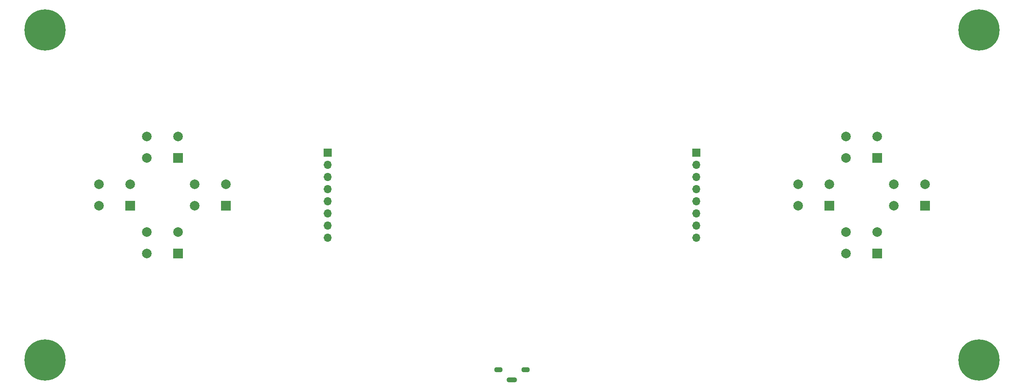
<source format=gbr>
%TF.GenerationSoftware,KiCad,Pcbnew,(6.0.10)*%
%TF.CreationDate,2023-04-18T09:59:35+03:00*%
%TF.ProjectId,Console,436f6e73-6f6c-4652-9e6b-696361645f70,rev?*%
%TF.SameCoordinates,Original*%
%TF.FileFunction,Soldermask,Bot*%
%TF.FilePolarity,Negative*%
%FSLAX46Y46*%
G04 Gerber Fmt 4.6, Leading zero omitted, Abs format (unit mm)*
G04 Created by KiCad (PCBNEW (6.0.10)) date 2023-04-18 09:59:35*
%MOMM*%
%LPD*%
G01*
G04 APERTURE LIST*
%ADD10R,2.000000X2.000000*%
%ADD11C,2.000000*%
%ADD12O,1.800000X1.100000*%
%ADD13O,2.200000X1.100000*%
%ADD14C,0.900000*%
%ADD15C,8.600000*%
%ADD16R,1.700000X1.700000*%
%ADD17O,1.700000X1.700000*%
G04 APERTURE END LIST*
D10*
%TO.C,S8*%
X90250000Y-102250000D03*
D11*
X83750000Y-102250000D03*
X90250000Y-97750000D03*
X83750000Y-97750000D03*
%TD*%
D10*
%TO.C,S3*%
X80250000Y-92250000D03*
D11*
X73750000Y-92250000D03*
X80250000Y-87750000D03*
X73750000Y-87750000D03*
%TD*%
D12*
%TO.C,J4*%
X147200000Y-136550000D03*
D13*
X150000000Y-138700000D03*
D12*
X152800000Y-136550000D03*
%TD*%
D14*
%TO.C,H4*%
X54780419Y-136780419D03*
X52500000Y-131275000D03*
X49275000Y-134500000D03*
X54780419Y-132219581D03*
X52500000Y-137725000D03*
X50219581Y-136780419D03*
X50219581Y-132219581D03*
X55725000Y-134500000D03*
D15*
X52500000Y-134500000D03*
%TD*%
D16*
%TO.C,J5*%
X111500000Y-91125000D03*
D17*
X111500000Y-93665000D03*
X111500000Y-96205000D03*
X111500000Y-98745000D03*
X111500000Y-101285000D03*
X111500000Y-103825000D03*
X111500000Y-106365000D03*
X111500000Y-108905000D03*
%TD*%
D10*
%TO.C,S2*%
X226250000Y-112250000D03*
D11*
X219750000Y-112250000D03*
X226250000Y-107750000D03*
X219750000Y-107750000D03*
%TD*%
D16*
%TO.C,J2*%
X188500000Y-91125000D03*
D17*
X188500000Y-93665000D03*
X188500000Y-96205000D03*
X188500000Y-98745000D03*
X188500000Y-101285000D03*
X188500000Y-103825000D03*
X188500000Y-106365000D03*
X188500000Y-108905000D03*
%TD*%
D10*
%TO.C,S7*%
X80250000Y-112250000D03*
D11*
X73750000Y-112250000D03*
X80250000Y-107750000D03*
X73750000Y-107750000D03*
%TD*%
D10*
%TO.C,S1*%
X216250000Y-102250000D03*
D11*
X209750000Y-102250000D03*
X216250000Y-97750000D03*
X209750000Y-97750000D03*
%TD*%
D10*
%TO.C,S4*%
X70250000Y-102250000D03*
D11*
X63750000Y-102250000D03*
X70250000Y-97750000D03*
X63750000Y-97750000D03*
%TD*%
D10*
%TO.C,S6*%
X236250000Y-102250000D03*
D11*
X229750000Y-102250000D03*
X236250000Y-97750000D03*
X229750000Y-97750000D03*
%TD*%
D14*
%TO.C,H1*%
X55725000Y-65500000D03*
X50219581Y-67780419D03*
X54780419Y-67780419D03*
X52500000Y-68725000D03*
X50219581Y-63219581D03*
X49275000Y-65500000D03*
X52500000Y-62275000D03*
X54780419Y-63219581D03*
D15*
X52500000Y-65500000D03*
%TD*%
D14*
%TO.C,H3*%
X247500000Y-137725000D03*
X245219581Y-136780419D03*
X245219581Y-132219581D03*
X249780419Y-132219581D03*
X250725000Y-134500000D03*
X249780419Y-136780419D03*
X244275000Y-134500000D03*
X247500000Y-131275000D03*
D15*
X247500000Y-134500000D03*
%TD*%
D10*
%TO.C,S5*%
X226250000Y-92250000D03*
D11*
X219750000Y-92250000D03*
X226250000Y-87750000D03*
X219750000Y-87750000D03*
%TD*%
D14*
%TO.C,H2*%
X249780419Y-67780419D03*
X247500000Y-62275000D03*
X245219581Y-63219581D03*
X244275000Y-65500000D03*
X247500000Y-68725000D03*
X250725000Y-65500000D03*
X245219581Y-67780419D03*
D15*
X247500000Y-65500000D03*
D14*
X249780419Y-63219581D03*
%TD*%
M02*

</source>
